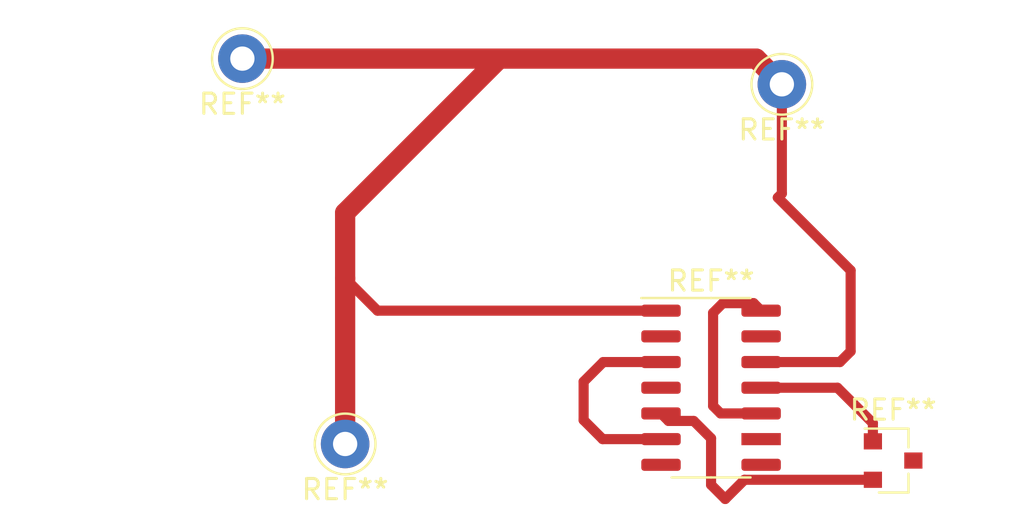
<source format=kicad_pcb>
(kicad_pcb (version 20171130) (host pcbnew "(5.1.4)-1")

  (general
    (thickness 1.6)
    (drawings 0)
    (tracks 35)
    (zones 0)
    (modules 5)
    (nets 1)
  )

  (page A4)
  (layers
    (0 F.Cu signal)
    (31 B.Cu signal)
    (32 B.Adhes user)
    (33 F.Adhes user)
    (34 B.Paste user)
    (35 F.Paste user)
    (36 B.SilkS user)
    (37 F.SilkS user)
    (38 B.Mask user)
    (39 F.Mask user)
    (40 Dwgs.User user)
    (41 Cmts.User user)
    (42 Eco1.User user)
    (43 Eco2.User user)
    (44 Edge.Cuts user)
    (45 Margin user)
    (46 B.CrtYd user)
    (47 F.CrtYd user)
    (48 B.Fab user)
    (49 F.Fab user)
  )

  (setup
    (last_trace_width 0.5)
    (user_trace_width 0.5)
    (user_trace_width 1)
    (trace_clearance 0.2)
    (zone_clearance 0.508)
    (zone_45_only no)
    (trace_min 0.2)
    (via_size 0.8)
    (via_drill 0.4)
    (via_min_size 0.4)
    (via_min_drill 0.3)
    (uvia_size 0.3)
    (uvia_drill 0.1)
    (uvias_allowed no)
    (uvia_min_size 0.2)
    (uvia_min_drill 0.1)
    (edge_width 0.05)
    (segment_width 0.2)
    (pcb_text_width 0.3)
    (pcb_text_size 1.5 1.5)
    (mod_edge_width 0.12)
    (mod_text_size 1 1)
    (mod_text_width 0.15)
    (pad_size 1.95 0.6)
    (pad_drill 0)
    (pad_to_mask_clearance 0.051)
    (solder_mask_min_width 0.25)
    (aux_axis_origin 0 0)
    (visible_elements 7FFFFFFF)
    (pcbplotparams
      (layerselection 0x00000_7fffffff)
      (usegerberextensions false)
      (usegerberattributes false)
      (usegerberadvancedattributes false)
      (creategerberjobfile true)
      (excludeedgelayer true)
      (linewidth 0.100000)
      (plotframeref false)
      (viasonmask false)
      (mode 1)
      (useauxorigin false)
      (hpglpennumber 1)
      (hpglpenspeed 20)
      (hpglpendiameter 15.000000)
      (psnegative false)
      (psa4output false)
      (plotreference true)
      (plotvalue true)
      (plotinvisibletext false)
      (padsonsilk false)
      (subtractmaskfromsilk false)
      (outputformat 1)
      (mirror false)
      (drillshape 0)
      (scaleselection 1)
      (outputdirectory ""))
  )

  (net 0 "")

  (net_class Default "Это класс цепей по умолчанию."
    (clearance 0.2)
    (trace_width 0.25)
    (via_dia 0.8)
    (via_drill 0.4)
    (uvia_dia 0.3)
    (uvia_drill 0.1)
  )

  (module Package_TO_SOT_SMD:SOT-23 (layer F.Cu) (tedit 5A02FF57) (tstamp 6512BECF)
    (at 119.8 107.5)
    (descr "SOT-23, Standard")
    (tags SOT-23)
    (attr smd)
    (fp_text reference REF** (at 0 -2.5) (layer F.SilkS)
      (effects (font (size 1 1) (thickness 0.15)))
    )
    (fp_text value SOT-23 (at 0 2.5) (layer F.Fab)
      (effects (font (size 1 1) (thickness 0.15)))
    )
    (fp_line (start 0.76 1.58) (end -0.7 1.58) (layer F.SilkS) (width 0.12))
    (fp_line (start 0.76 -1.58) (end -1.4 -1.58) (layer F.SilkS) (width 0.12))
    (fp_line (start -1.7 1.75) (end -1.7 -1.75) (layer F.CrtYd) (width 0.05))
    (fp_line (start 1.7 1.75) (end -1.7 1.75) (layer F.CrtYd) (width 0.05))
    (fp_line (start 1.7 -1.75) (end 1.7 1.75) (layer F.CrtYd) (width 0.05))
    (fp_line (start -1.7 -1.75) (end 1.7 -1.75) (layer F.CrtYd) (width 0.05))
    (fp_line (start 0.76 -1.58) (end 0.76 -0.65) (layer F.SilkS) (width 0.12))
    (fp_line (start 0.76 1.58) (end 0.76 0.65) (layer F.SilkS) (width 0.12))
    (fp_line (start -0.7 1.52) (end 0.7 1.52) (layer F.Fab) (width 0.1))
    (fp_line (start 0.7 -1.52) (end 0.7 1.52) (layer F.Fab) (width 0.1))
    (fp_line (start -0.7 -0.95) (end -0.15 -1.52) (layer F.Fab) (width 0.1))
    (fp_line (start -0.15 -1.52) (end 0.7 -1.52) (layer F.Fab) (width 0.1))
    (fp_line (start -0.7 -0.95) (end -0.7 1.5) (layer F.Fab) (width 0.1))
    (fp_text user %R (at 0 0 90) (layer F.Fab)
      (effects (font (size 0.5 0.5) (thickness 0.075)))
    )
    (pad 3 smd rect (at 1 0) (size 0.9 0.8) (layers F.Cu F.Paste F.Mask))
    (pad 2 smd rect (at -1 0.95) (size 0.9 0.8) (layers F.Cu F.Paste F.Mask))
    (pad 1 smd rect (at -1 -0.95) (size 0.9 0.8) (layers F.Cu F.Paste F.Mask))
    (model ${KISYS3DMOD}/Package_TO_SOT_SMD.3dshapes/SOT-23.wrl
      (at (xyz 0 0 0))
      (scale (xyz 1 1 1))
      (rotate (xyz 0 0 0))
    )
  )

  (module Package_SO:SOIC-14_3.9x8.7mm_P1.27mm (layer F.Cu) (tedit 65126803) (tstamp 6512B883)
    (at 110.8 103.9)
    (descr "SOIC, 14 Pin (JEDEC MS-012AB, https://www.analog.com/media/en/package-pcb-resources/package/pkg_pdf/soic_narrow-r/r_14.pdf), generated with kicad-footprint-generator ipc_gullwing_generator.py")
    (tags "SOIC SO")
    (attr smd)
    (fp_text reference REF** (at 0 -5.28) (layer F.SilkS)
      (effects (font (size 1 1) (thickness 0.15)))
    )
    (fp_text value SOIC-14_3.9x8.7mm_P1.27mm (at 0 5.28) (layer F.Fab)
      (effects (font (size 1 1) (thickness 0.15)))
    )
    (fp_text user %R (at 0 0) (layer F.Fab)
      (effects (font (size 0.98 0.98) (thickness 0.15)))
    )
    (fp_line (start 3.7 -4.58) (end -3.7 -4.58) (layer F.CrtYd) (width 0.05))
    (fp_line (start 3.7 4.58) (end 3.7 -4.58) (layer F.CrtYd) (width 0.05))
    (fp_line (start -3.7 4.58) (end 3.7 4.58) (layer F.CrtYd) (width 0.05))
    (fp_line (start -3.7 -4.58) (end -3.7 4.58) (layer F.CrtYd) (width 0.05))
    (fp_line (start -1.95 -3.35) (end -0.975 -4.325) (layer F.Fab) (width 0.1))
    (fp_line (start -1.95 4.325) (end -1.95 -3.35) (layer F.Fab) (width 0.1))
    (fp_line (start 1.95 4.325) (end -1.95 4.325) (layer F.Fab) (width 0.1))
    (fp_line (start 1.95 -4.325) (end 1.95 4.325) (layer F.Fab) (width 0.1))
    (fp_line (start -0.975 -4.325) (end 1.95 -4.325) (layer F.Fab) (width 0.1))
    (fp_line (start 0 -4.435) (end -3.45 -4.435) (layer F.SilkS) (width 0.12))
    (fp_line (start 0 -4.435) (end 1.95 -4.435) (layer F.SilkS) (width 0.12))
    (fp_line (start 0 4.435) (end -1.95 4.435) (layer F.SilkS) (width 0.12))
    (fp_line (start 0 4.435) (end 1.95 4.435) (layer F.SilkS) (width 0.12))
    (pad 14 smd roundrect (at 2.475 -3.81) (size 1.95 0.6) (layers F.Cu F.Paste F.Mask) (roundrect_rratio 0.25))
    (pad 13 smd roundrect (at 2.475 -2.54) (size 1.95 0.6) (layers F.Cu F.Paste F.Mask) (roundrect_rratio 0.25))
    (pad 12 smd roundrect (at 2.475 -1.27) (size 1.95 0.6) (layers F.Cu F.Paste F.Mask) (roundrect_rratio 0.25))
    (pad 11 smd roundrect (at 2.475 0) (size 1.95 0.6) (layers F.Cu F.Paste F.Mask) (roundrect_rratio 0.25))
    (pad 10 smd roundrect (at 2.475 1.27) (size 1.95 0.6) (layers F.Cu F.Paste F.Mask) (roundrect_rratio 0.25))
    (pad 9 smd rect (at 2.475 2.54) (size 1.95 0.6) (layers F.Cu F.Paste F.Mask))
    (pad 8 smd roundrect (at 2.475 3.81) (size 1.95 0.6) (layers F.Cu F.Paste F.Mask) (roundrect_rratio 0.25))
    (pad 7 smd roundrect (at -2.475 3.81) (size 1.95 0.6) (layers F.Cu F.Paste F.Mask) (roundrect_rratio 0.25))
    (pad 6 smd roundrect (at -2.475 2.54) (size 1.95 0.6) (layers F.Cu F.Paste F.Mask) (roundrect_rratio 0.25))
    (pad 5 smd roundrect (at -2.475 1.27) (size 1.95 0.6) (layers F.Cu F.Paste F.Mask) (roundrect_rratio 0.25))
    (pad 4 smd roundrect (at -2.475 0) (size 1.95 0.6) (layers F.Cu F.Paste F.Mask) (roundrect_rratio 0.25))
    (pad 3 smd roundrect (at -2.475 -1.27) (size 1.95 0.6) (layers F.Cu F.Paste F.Mask) (roundrect_rratio 0.25))
    (pad 2 smd roundrect (at -2.475 -2.54) (size 1.95 0.6) (layers F.Cu F.Paste F.Mask) (roundrect_rratio 0.25))
    (pad 1 smd roundrect (at -2.475 -3.81) (size 1.95 0.6) (layers F.Cu F.Paste F.Mask) (roundrect_rratio 0.25))
    (model ${KISYS3DMOD}/Package_SO.3dshapes/SOIC-14_3.9x8.7mm_P1.27mm.wrl
      (at (xyz 0 0 0))
      (scale (xyz 1 1 1))
      (rotate (xyz 0 0 0))
    )
  )

  (module Connector_Pin:Pin_D1.0mm_L10.0mm_LooseFit (layer F.Cu) (tedit 5A1DC085) (tstamp 64ADA9BD)
    (at 92.71 106.68)
    (descr "solder Pin_ diameter 1.0mm, hole diameter 1.2mm (loose fit), length 10.0mm")
    (tags "solder Pin_ loose fit")
    (fp_text reference REF** (at 0 2.25) (layer F.SilkS)
      (effects (font (size 1 1) (thickness 0.15)))
    )
    (fp_text value Pin_D1.0mm_L10.0mm_LooseFit (at 0 -2.05) (layer F.Fab)
      (effects (font (size 1 1) (thickness 0.15)))
    )
    (fp_circle (center 0 0) (end 1.5 0.05) (layer F.SilkS) (width 0.12))
    (fp_circle (center 0 0) (end 1.2 0) (layer F.Fab) (width 0.12))
    (fp_circle (center 0 0) (end 0.5 0) (layer F.Fab) (width 0.12))
    (fp_circle (center 0 0) (end 1.7 0) (layer F.CrtYd) (width 0.05))
    (fp_text user %R (at 0 2.25) (layer F.Fab)
      (effects (font (size 1 1) (thickness 0.15)))
    )
    (pad 1 thru_hole circle (at 0 0) (size 2.4 2.4) (drill 1.2) (layers *.Cu *.Mask))
    (model ${KISYS3DMOD}/Connector_Pin.3dshapes/Pin_D1.0mm_L10.0mm_LooseFit.wrl
      (at (xyz 0 0 0))
      (scale (xyz 1 1 1))
      (rotate (xyz 0 0 0))
    )
  )

  (module Connector_Pin:Pin_D1.0mm_L10.0mm_LooseFit (layer F.Cu) (tedit 5A1DC085) (tstamp 64ADA98F)
    (at 114.3 88.9)
    (descr "solder Pin_ diameter 1.0mm, hole diameter 1.2mm (loose fit), length 10.0mm")
    (tags "solder Pin_ loose fit")
    (fp_text reference REF** (at 0 2.25) (layer F.SilkS)
      (effects (font (size 1 1) (thickness 0.15)))
    )
    (fp_text value Pin_D1.0mm_L10.0mm_LooseFit (at 0 -2.05) (layer F.Fab)
      (effects (font (size 1 1) (thickness 0.15)))
    )
    (fp_circle (center 0 0) (end 1.5 0.05) (layer F.SilkS) (width 0.12))
    (fp_circle (center 0 0) (end 1.2 0) (layer F.Fab) (width 0.12))
    (fp_circle (center 0 0) (end 0.5 0) (layer F.Fab) (width 0.12))
    (fp_circle (center 0 0) (end 1.7 0) (layer F.CrtYd) (width 0.05))
    (fp_text user %R (at 0 2.25) (layer F.Fab)
      (effects (font (size 1 1) (thickness 0.15)))
    )
    (pad 1 thru_hole circle (at 0 0) (size 2.4 2.4) (drill 1.2) (layers *.Cu *.Mask))
    (model ${KISYS3DMOD}/Connector_Pin.3dshapes/Pin_D1.0mm_L10.0mm_LooseFit.wrl
      (at (xyz 0 0 0))
      (scale (xyz 1 1 1))
      (rotate (xyz 0 0 0))
    )
  )

  (module Connector_Pin:Pin_D1.0mm_L10.0mm_LooseFit (layer F.Cu) (tedit 5A1DC085) (tstamp 64ADA961)
    (at 87.63 87.63)
    (descr "solder Pin_ diameter 1.0mm, hole diameter 1.2mm (loose fit), length 10.0mm")
    (tags "solder Pin_ loose fit")
    (fp_text reference REF** (at 0 2.25) (layer F.SilkS)
      (effects (font (size 1 1) (thickness 0.15)))
    )
    (fp_text value Pin_D1.0mm_L10.0mm_LooseFit (at 0 -2.05) (layer F.Fab)
      (effects (font (size 1 1) (thickness 0.15)))
    )
    (fp_circle (center 0 0) (end 1.5 0.05) (layer F.SilkS) (width 0.12))
    (fp_circle (center 0 0) (end 1.2 0) (layer F.Fab) (width 0.12))
    (fp_circle (center 0 0) (end 0.5 0) (layer F.Fab) (width 0.12))
    (fp_circle (center 0 0) (end 1.7 0) (layer F.CrtYd) (width 0.05))
    (fp_text user %R (at 0 2.25) (layer F.Fab)
      (effects (font (size 1 1) (thickness 0.15)))
    )
    (pad 1 thru_hole circle (at 0 0) (size 2.4 2.4) (drill 1.2) (layers *.Cu *.Mask))
    (model ${KISYS3DMOD}/Connector_Pin.3dshapes/Pin_D1.0mm_L10.0mm_LooseFit.wrl
      (at (xyz 0 0 0))
      (scale (xyz 1 1 1))
      (rotate (xyz 0 0 0))
    )
  )

  (segment (start 113.03 87.63) (end 114.3 88.9) (width 1) (layer F.Cu) (net 0))
  (segment (start 92.71 95.25) (end 100.33 87.63) (width 1) (layer F.Cu) (net 0))
  (segment (start 87.63 87.63) (end 100.33 87.63) (width 1) (layer F.Cu) (net 0))
  (segment (start 100.33 87.63) (end 113.03 87.63) (width 1) (layer F.Cu) (net 0))
  (segment (start 94.31 100.09) (end 92.71 98.49) (width 0.5) (layer F.Cu) (net 0))
  (segment (start 108.325 100.09) (end 94.31 100.09) (width 0.5) (layer F.Cu) (net 0))
  (segment (start 92.71 106.68) (end 92.71 98.49) (width 1) (layer F.Cu) (net 0))
  (segment (start 92.71 98.49) (end 92.71 95.25) (width 1) (layer F.Cu) (net 0))
  (segment (start 113.275 102.63) (end 117.17 102.63) (width 0.5) (layer F.Cu) (net 0))
  (segment (start 117.17 102.63) (end 117.7 102.1) (width 0.5) (layer F.Cu) (net 0))
  (segment (start 117.7 102.1) (end 117.7 98.1) (width 0.5) (layer F.Cu) (net 0))
  (segment (start 117.7 98.1) (end 114.1 94.5) (width 0.5) (layer F.Cu) (net 0))
  (segment (start 114.3 94.3) (end 114.3 88.9) (width 0.5) (layer F.Cu) (net 0))
  (segment (start 114.1 94.5) (end 114.3 94.3) (width 0.5) (layer F.Cu) (net 0))
  (segment (start 108.325 106.44) (end 105.44 106.44) (width 0.5) (layer F.Cu) (net 0))
  (segment (start 105.44 106.44) (end 104.5 105.5) (width 0.5) (layer F.Cu) (net 0))
  (segment (start 104.5 105.5) (end 104.5 103.6) (width 0.5) (layer F.Cu) (net 0))
  (segment (start 105.47 102.63) (end 108.325 102.63) (width 0.5) (layer F.Cu) (net 0))
  (segment (start 104.5 103.6) (end 105.47 102.63) (width 0.5) (layer F.Cu) (net 0))
  (segment (start 112.90429 99.71929) (end 111.38071 99.71929) (width 0.5) (layer F.Cu) (net 0))
  (segment (start 113.275 100.09) (end 112.90429 99.71929) (width 0.5) (layer F.Cu) (net 0))
  (segment (start 111.38071 99.71929) (end 110.9 100.2) (width 0.5) (layer F.Cu) (net 0))
  (segment (start 110.9 100.2) (end 110.9 104.8) (width 0.5) (layer F.Cu) (net 0))
  (segment (start 111.27 105.17) (end 113.275 105.17) (width 0.5) (layer F.Cu) (net 0))
  (segment (start 110.9 104.8) (end 111.27 105.17) (width 0.5) (layer F.Cu) (net 0))
  (segment (start 118.8 105.65) (end 118.8 106.55) (width 0.5) (layer F.Cu) (net 0))
  (segment (start 117.05 103.9) (end 118.8 105.65) (width 0.5) (layer F.Cu) (net 0))
  (segment (start 113.275 103.9) (end 117.05 103.9) (width 0.5) (layer F.Cu) (net 0))
  (segment (start 108.69571 105.54071) (end 109.94071 105.54071) (width 0.5) (layer F.Cu) (net 0))
  (segment (start 108.325 105.17) (end 108.69571 105.54071) (width 0.5) (layer F.Cu) (net 0))
  (segment (start 109.94071 105.54071) (end 110.8 106.4) (width 0.5) (layer F.Cu) (net 0))
  (segment (start 110.8 106.4) (end 110.8 108.7) (width 0.5) (layer F.Cu) (net 0))
  (segment (start 110.8 108.7) (end 111.5 109.4) (width 0.5) (layer F.Cu) (net 0))
  (segment (start 112.45 108.45) (end 118.8 108.45) (width 0.5) (layer F.Cu) (net 0))
  (segment (start 111.5 109.4) (end 112.45 108.45) (width 0.5) (layer F.Cu) (net 0))

)

</source>
